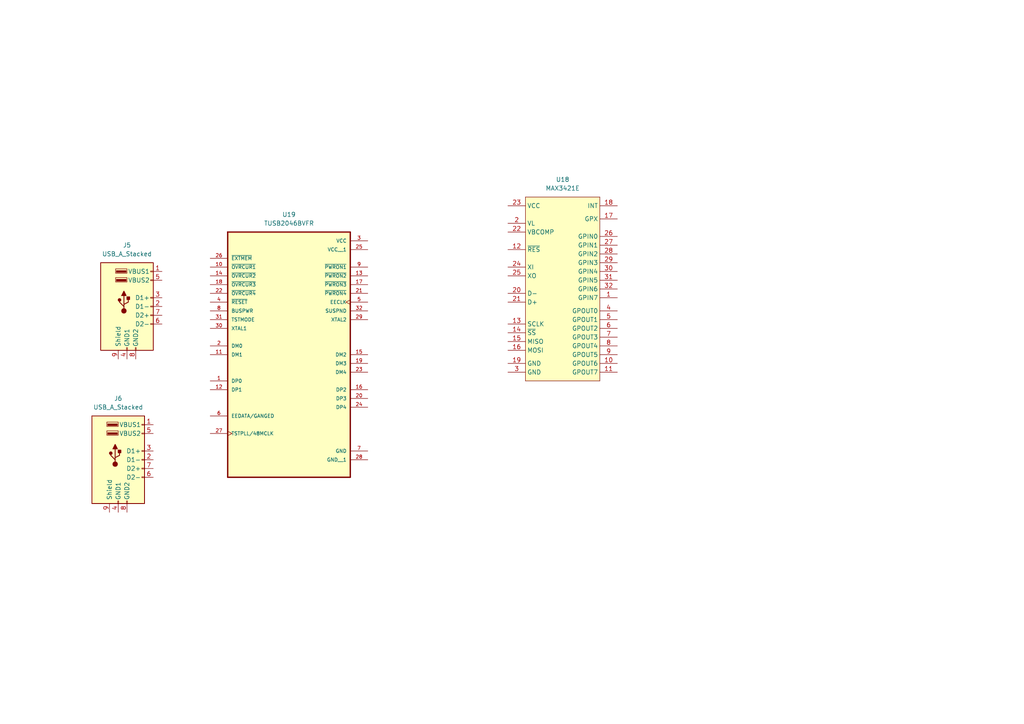
<source format=kicad_sch>
(kicad_sch (version 20230121) (generator eeschema)
  (paper "A4")
  (lib_symbols
    (symbol "Connector:USB_A_Stacked" (pin_names (offset 1.016))
      (property "Reference" "J" (at 0 15.875 0))
      (property "Value" "USB_A_Stacked" (at 0 13.97 0))
      (symbol "USB_A_Stacked_0_1"
        (rectangle (start -7.62 12.7) (end 7.62 -12.7) (stroke (width 0.254)) (fill (type background)))
        (circle (center -2.159 1.905) (radius 0.381) (stroke (width 0.254)) (fill (type outline)))
        (circle (center -0.889 -1.27) (radius 0.635) (stroke (width 0.254)) (fill (type outline)))
        (rectangle (start -0.254 7.366) (end -3.048 7.874) (fill (type outline)))
        (rectangle (start -0.254 9.906) (end -3.048 10.414) (fill (type outline)))
        (rectangle (start -0.127 -12.7) (end 0.127 -11.938))
        (polyline (pts (xy -1.524 3.175) (xy -0.254 3.175) (xy -0.889 4.445) (xy -1.524 3.175)) (stroke (width 0.254)) (fill (type outline)))
        (polyline (pts (xy -0.889 -0.635) (xy -0.889 0) (xy -2.159 1.27) (xy -2.159 1.905)) (stroke (width 0.254)))
        (polyline (pts (xy -0.889 0) (xy -0.889 0.635) (xy 0.381 1.27) (xy 0.381 2.54)) (stroke (width 0.254)))
        (rectangle (start 0 2.794) (end 0.762 2.032) (stroke (width 0.254)) (fill (type outline)))
        (rectangle (start 0 7.112) (end -3.302 8.382))
        (rectangle (start 0 9.652) (end -3.302 10.922))
        (rectangle (start 2.413 -12.7) (end 2.667 -11.938))
        (rectangle (start 7.62 -5.207) (end 6.858 -4.953))
        (rectangle (start 7.62 -2.667) (end 6.858 -2.413))
        (rectangle (start 7.62 -0.127) (end 6.858 0.127))
        (rectangle (start 7.62 2.413) (end 6.858 2.667))
        (rectangle (start 7.62 7.493) (end 6.858 7.747))
        (rectangle (start 7.62 10.033) (end 6.858 10.287))
      )
      (symbol "USB_A_Stacked_1_1"
        (polyline (pts (xy -0.889 0.635) (xy -0.889 3.175)) (stroke (width 0.254)))
        (pin power_in line (at 10.16 10.16 180) (length 2.54) (name "VBUS1") (number "1"))
        (pin bidirectional line (at 10.16 0 180) (length 2.54) (name "D1-") (number "2"))
        (pin bidirectional line (at 10.16 2.54 180) (length 2.54) (name "D1+") (number "3"))
        (pin power_in line (at 0 -15.24 90) (length 2.54) (name "GND1") (number "4"))
        (pin power_in line (at 10.16 7.62 180) (length 2.54) (name "VBUS2") (number "5"))
        (pin bidirectional line (at 10.16 -5.08 180) (length 2.54) (name "D2-") (number "6"))
        (pin bidirectional line (at 10.16 -2.54 180) (length 2.54) (name "D2+") (number "7"))
        (pin power_in line (at 2.54 -15.24 90) (length 2.54) (name "GND2") (number "8"))
        (pin passive line (at -2.54 -15.24 90) (length 2.54) (name "Shield") (number "9"))
      )
    )
    (symbol "IC:MAX3421E"
      (property "Reference" "U" (at -8.89 26.67 0))
      (property "Value" "MAX3421E" (at 6.35 26.67 0))
      (symbol "MAX3421E_0_1"
        (rectangle (start -10.16 25.4) (end 11.43 -27.94) (fill (type background)))
      )
      (symbol "MAX3421E_1_1"
        (pin input line (at 16.51 -3.81 180) (length 5.08) (name "GPIN7") (number "1"))
        (pin output line (at 16.51 -22.86 180) (length 5.08) (name "GPOUT6") (number "10"))
        (pin output line (at 16.51 -25.4 180) (length 5.08) (name "GPOUT7") (number "11"))
        (pin input line (at -15.24 10.16 0) (length 5.08) (name "~{RES}") (number "12"))
        (pin input line (at -15.24 -11.43 0) (length 5.08) (name "SCLK") (number "13"))
        (pin input line (at -15.24 -13.97 0) (length 5.08) (name "~{SS}") (number "14"))
        (pin output line (at -15.24 -16.51 0) (length 5.08) (name "MISO") (number "15"))
        (pin input line (at -15.24 -19.05 0) (length 5.08) (name "MOSI") (number "16"))
        (pin output line (at 16.51 19.05 180) (length 5.08) (name "GPX") (number "17"))
        (pin output line (at 16.51 22.86 180) (length 5.08) (name "INT") (number "18"))
        (pin input line (at -15.24 -22.86 0) (length 5.08) (name "GND") (number "19"))
        (pin input line (at -15.24 17.78 0) (length 5.08) (name "VL") (number "2"))
        (pin bidirectional line (at -15.24 -2.54 0) (length 5.08) (name "D-") (number "20"))
        (pin bidirectional line (at -15.24 -5.08 0) (length 5.08) (name "D+") (number "21"))
        (pin input line (at -15.24 15.24 0) (length 5.08) (name "VBCOMP") (number "22"))
        (pin power_in line (at -15.24 22.86 0) (length 5.08) (name "VCC") (number "23"))
        (pin input line (at -15.24 5.08 0) (length 5.08) (name "XI") (number "24"))
        (pin output line (at -15.24 2.54 0) (length 5.08) (name "XO") (number "25"))
        (pin input line (at 16.51 13.97 180) (length 5.08) (name "GPIN0") (number "26"))
        (pin input line (at 16.51 11.43 180) (length 5.08) (name "GPIN1") (number "27"))
        (pin input line (at 16.51 8.89 180) (length 5.08) (name "GPIN2") (number "28"))
        (pin input line (at 16.51 6.35 180) (length 5.08) (name "GPIN3") (number "29"))
        (pin input line (at -15.24 -25.4 0) (length 5.08) (name "GND") (number "3"))
        (pin input line (at 16.51 3.81 180) (length 5.08) (name "GPIN4") (number "30"))
        (pin input line (at 16.51 1.27 180) (length 5.08) (name "GPIN5") (number "31"))
        (pin input line (at 16.51 -1.27 180) (length 5.08) (name "GPIN6") (number "32"))
        (pin output line (at 16.51 -7.62 180) (length 5.08) (name "GPOUT0") (number "4"))
        (pin output line (at 16.51 -10.16 180) (length 5.08) (name "GPOUT1") (number "5"))
        (pin output line (at 16.51 -12.7 180) (length 5.08) (name "GPOUT2") (number "6"))
        (pin output line (at 16.51 -15.24 180) (length 5.08) (name "GPOUT3") (number "7"))
        (pin output line (at 16.51 -17.78 180) (length 5.08) (name "GPOUT4") (number "8"))
        (pin output line (at 16.51 -20.32 180) (length 5.08) (name "GPOUT5") (number "9"))
      )
    )
    (symbol "IC:TUSB2046BVFR" (pin_names (offset 1.016))
      (property "Reference" "U" (at -17.78 34.02 0))
      (property "Value" "TUSB2046BVFR" (at -17.78 -42.1 0))
      (symbol "TUSB2046BVFR_0_0"
        (rectangle (start -17.78 -38.1) (end 17.78 33.02) (stroke (width 0.41)) (fill (type background)))
        (pin bidirectional line (at -22.86 -10.16 0) (length 5.08) (name "DP0") (number "1"))
        (pin input line (at -22.86 22.86 0) (length 5.08) (name "~{OVRCUR1}") (number "10"))
        (pin bidirectional line (at -22.86 -2.54 0) (length 5.08) (name "DM1") (number "11"))
        (pin bidirectional line (at -22.86 -12.7 0) (length 5.08) (name "DP1") (number "12"))
        (pin output line (at 22.86 20.32 180) (length 5.08) (name "~{PWRON2}") (number "13"))
        (pin input line (at -22.86 20.32 0) (length 5.08) (name "~{OVRCUR2}") (number "14"))
        (pin bidirectional line (at 22.86 -2.54 180) (length 5.08) (name "DM2") (number "15"))
        (pin bidirectional line (at 22.86 -12.7 180) (length 5.08) (name "DP2") (number "16"))
        (pin output line (at 22.86 17.78 180) (length 5.08) (name "~{PWRON3}") (number "17"))
        (pin input line (at -22.86 17.78 0) (length 5.08) (name "~{OVRCUR3}") (number "18"))
        (pin bidirectional line (at 22.86 -5.08 180) (length 5.08) (name "DM3") (number "19"))
        (pin bidirectional line (at -22.86 0 0) (length 5.08) (name "DM0") (number "2"))
        (pin bidirectional line (at 22.86 -15.24 180) (length 5.08) (name "DP3") (number "20"))
        (pin output line (at 22.86 15.24 180) (length 5.08) (name "~{PWRON4}") (number "21"))
        (pin input line (at -22.86 15.24 0) (length 5.08) (name "~{OVRCUR4}") (number "22"))
        (pin bidirectional line (at 22.86 -7.62 180) (length 5.08) (name "DM4") (number "23"))
        (pin bidirectional line (at 22.86 -17.78 180) (length 5.08) (name "DP4") (number "24"))
        (pin power_in line (at 22.86 27.94 180) (length 5.08) (name "VCC__1") (number "25"))
        (pin input line (at -22.86 25.4 0) (length 5.08) (name "~{EXTMEM}") (number "26"))
        (pin bidirectional clock (at -22.86 -25.4 0) (length 5.08) (name "TSTPLL/48MCLK") (number "27"))
        (pin power_in line (at 22.86 -33.02 180) (length 5.08) (name "GND__1") (number "28"))
        (pin output line (at 22.86 7.62 180) (length 5.08) (name "XTAL2") (number "29"))
        (pin power_in line (at 22.86 30.48 180) (length 5.08) (name "VCC") (number "3"))
        (pin input line (at -22.86 5.08 0) (length 5.08) (name "XTAL1") (number "30"))
        (pin input line (at -22.86 7.62 0) (length 5.08) (name "TSTMODE") (number "31"))
        (pin output line (at 22.86 10.16 180) (length 5.08) (name "SUSPND") (number "32"))
        (pin input line (at -22.86 12.7 0) (length 5.08) (name "~{RESET}") (number "4"))
        (pin output clock (at 22.86 12.7 180) (length 5.08) (name "EECLK") (number "5"))
        (pin bidirectional line (at -22.86 -20.32 0) (length 5.08) (name "EEDATA/GANGED") (number "6"))
        (pin power_in line (at 22.86 -30.48 180) (length 5.08) (name "GND") (number "7"))
        (pin input line (at -22.86 10.16 0) (length 5.08) (name "BUSPWR") (number "8"))
        (pin output line (at 22.86 22.86 180) (length 5.08) (name "~{PWRON1}") (number "9"))
      )
    )
  )
  (symbol (lib_id "IC:TUSB2046BVFR") (at 83.82 100.33 0) (unit 1)
    (property "Reference" "U19" (at 83.82 62.23 0))
    (property "Value" "TUSB2046BVFR" (at 83.82 64.77 0))
    (property "Footprint" "Package_QFP:QFP80P900X900X160-32N" (effects hide))
  )
  (symbol (lib_id "IC:MAX3421E") (at 162.56 82.55 0) (unit 1)
    (property "Reference" "U18" (at 163.195 52.07 0))
    (property "Value" "MAX3421E" (at 163.195 54.61 0))
    (property "Footprint" "Package_QFP:LQFP-32_5x5mm_P0.5mm" (effects hide))
  )
  (symbol (lib_id "Connector:USB_A_Stacked") (at 36.83 88.9 0) (unit 1)
    (property "Reference" "J5" (at 36.83 71.12 0))
    (property "Value" "USB_A_Stacked" (at 36.83 73.66 0))
    (property "Footprint" "Connector_USB:0672984091" (effects hide))
    (property "Datasheet" " ~" (effects hide))
  )
  (symbol (lib_id "Connector:USB_A_Stacked") (at 34.29 133.35 0) (unit 1)
    (property "Reference" "J6" (at 34.29 115.57 0))
    (property "Value" "USB_A_Stacked" (at 34.29 118.11 0))
    (property "Footprint" "Connector_USB:0672984091" (effects hide))
    (property "Datasheet" " ~" (effects hide))
  )
)
</source>
